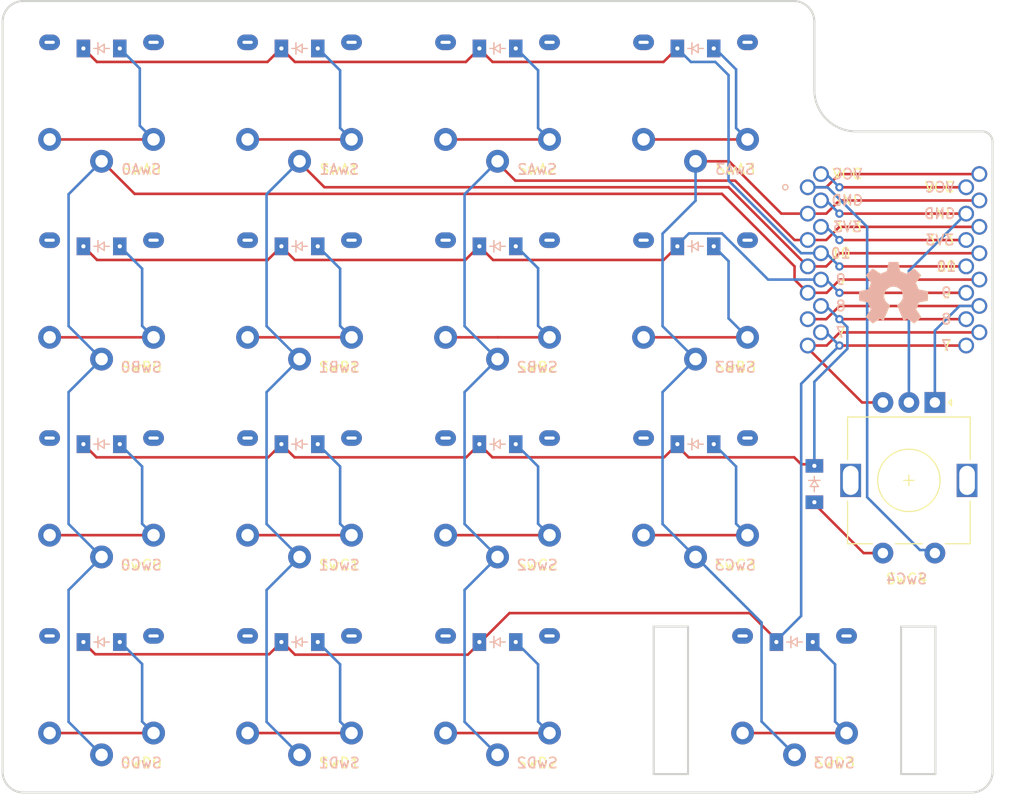
<source format=kicad_pcb>
(kicad_pcb (version 20171130) (host pcbnew 5.1.10)
  (layers (0 F.Cu signal) (31 B.Cu signal) (34 B.Paste user) (35 F.Paste user) (36 B.SilkS user) (37 F.SilkS user) (38 B.Mask user) (39 F.Mask user) (44 Edge.Cuts user))
  (net 0 "")
  (net 1 "Net-(D_A0-Pad2)")
  (net 2 rowA)
  (net 3 "Net-(D_A1-Pad2)")
  (net 4 "Net-(D_A2-Pad2)")
  (net 5 "Net-(D_A3-Pad2)")
  (net 6 rowB)
  (net 7 "Net-(D_B0-Pad2)")
  (net 8 "Net-(D_B1-Pad2)")
  (net 9 "Net-(D_B2-Pad2)")
  (net 10 "Net-(D_B3-Pad2)")
  (net 11 rowC)
  (net 12 "Net-(D_C0-Pad2)")
  (net 13 "Net-(D_C1-Pad2)")
  (net 14 "Net-(D_C2-Pad2)")
  (net 15 "Net-(D_C3-Pad2)")
  (net 16 "Net-(D_D0-Pad2)")
  (net 17 rowD)
  (net 18 "Net-(D_D1-Pad2)")
  (net 19 "Net-(D_D2-Pad2)")
  (net 20 col0)
  (net 21 col1)
  (net 22 col2)
  (net 23 col3)
  (net 24 col4)
  (net 25 "Net-(U0-Pad14)")
  (net 26 GND)
  (net 27 "Net-(U0-Pad12)")
  (net 28 encB)
  (net 29 encA)
  (net 30 "Net-(D_C4-Pad2)")
  (net 31 "Net-(D_D3-Pad2)")
  (module Symbol:OSHW-Symbol_6.7x6mm_SilkScreen (layer B.Cu) (at 142.875168 142.388276 180)
    (fp_text reference REF** hide)
    (fp_text value OSHW-Symbol_6.7x6mm_SilkScreen hide)
  )
  (module Symbol:OSHW-Symbol_6.7x6mm_SilkScreen (layer F.Cu) (at 142.875168 142.388276)
    (fp_text reference REF** hide)
    (fp_text value OSHW-Symbol_6.7x6mm_SilkScreen hide)
  )
  (module keeblib:edgecuts_7teen (layer F.Cu) (at 57.15 190.5)
    (fp_text reference REF** hide)
    (fp_text value edgecuts_7teen)
    (fp_line (start 86.449499 -1.774901) (end 89.750499 -1.774901) (layer Edge.Cuts) (width 0.2))
    (fp_line (start 2 -76.199999) (end 76.104999 -76.2) (layer Edge.Cuts) (width 0.2))
    (fp_line (start 62.649499 -15.975701) (end 62.649499 -1.774901) (layer Edge.Cuts) (width 0.2))
    (fp_line (start 78.104999 -74.2) (end 78.104999 -67.650001) (layer Edge.Cuts) (width 0.2))
    (fp_line (start 95.249999 -62.650001) (end 95.25 -2.000001) (layer Edge.Cuts) (width 0.2))
    (fp_line (start 93.249999 0) (end 2 0) (layer Edge.Cuts) (width 0.2))
    (fp_line (start 0 -2) (end 0 -74.199999) (layer Edge.Cuts) (width 0.2))
    (fp_line (start 65.950499 -1.774901) (end 65.950499 -15.975701) (layer Edge.Cuts) (width 0.2))
    (fp_line (start 65.950499 -15.975701) (end 62.649499 -15.975701) (layer Edge.Cuts) (width 0.2))
    (fp_line (start 89.750499 -1.774901) (end 89.750499 -15.975701) (layer Edge.Cuts) (width 0.2))
    (fp_line (start 82.104999 -63.650001) (end 94.249999 -63.650001) (layer Edge.Cuts) (width 0.2))
    (fp_line (start 89.750499 -15.975701) (end 86.449499 -15.975701) (layer Edge.Cuts) (width 0.2))
    (fp_line (start 62.649499 -1.774901) (end 65.950499 -1.774901) (layer Edge.Cuts) (width 0.2))
    (fp_line (start 86.449499 -15.975701) (end 86.449499 -1.774901) (layer Edge.Cuts) (width 0.2))
    (fp_arc (start 76.104999 -74.2) (end 78.104999 -74.2) (angle -90) (layer Edge.Cuts) (width 0.2))
    (fp_arc (start 82.104999 -67.650001) (end 78.104999 -67.650001) (angle -90) (layer Edge.Cuts) (width 0.2))
    (fp_arc (start 2 -2) (end 0 -2) (angle -90) (layer Edge.Cuts) (width 0.2))
    (fp_arc (start 93.249999 -2.000001) (end 93.249999 0) (angle -90) (layer Edge.Cuts) (width 0.2))
    (fp_arc (start 94.249999 -62.650001) (end 95.249999 -62.650001) (angle -90) (layer Edge.Cuts) (width 0.2))
    (fp_arc (start 1.999999 -74.2) (end 2 -76.199999) (angle -90) (layer Edge.Cuts) (width 0.2))
  )
  (module keeblib:pg1353_dual (layer F.Cu) (at 104.775 180.975)
    (fp_text reference SwD2 (at 3.83 6.68 180) (layer F.SilkS))
    (fp_text value SW_Push hide)
    (fp_text user %R (at 3.81 6.6802) (layer B.SilkS) (effects (justify mirror)))
    (pad "" thru_hole oval (at -5 -5.55) (size 2 1.5) (drill oval 1 0.3) (layers *.Cu *.Mask))
    (pad 1 thru_hole circle (at 5 3.8) (size 2.2 2.2) (drill 1.2) (layers *.Cu *.Mask) (net 19 "Net-(D_D2-Pad2)"))
    (pad "" thru_hole oval (at 5 -5.55) (size 2 1.5) (drill oval 1 0.3) (layers *.Cu *.Mask))
    (pad 1 thru_hole circle (at -5 3.8) (size 2.2 2.2) (drill 1.2) (layers *.Cu *.Mask) (net 19 "Net-(D_D2-Pad2)"))
    (pad "" np_thru_hole circle (at 0 0 90) (size 4.9 4.9) (drill 4.9) (layers *.Cu *.Mask))
    (pad "" np_thru_hole circle (at -5.5 0 90) (size 1.8 1.8) (drill 1.8) (layers *.Cu *.Mask))
    (pad "" np_thru_hole circle (at 5.5 0 90) (size 1.8 1.8) (drill 1.8) (layers *.Cu *.Mask))
    (pad 2 thru_hole circle (at 0 5.9) (size 2.2 2.2) (drill 1.2) (layers *.Cu *.Mask) (net 22 col2))
  )
  (module keeblib:pg1353_dual (layer F.Cu) (at 133.35 180.975)
    (fp_text reference SwD3 (at 3.83 6.68 180) (layer F.SilkS))
    (fp_text value SW_Push hide)
    (fp_text user %R (at 3.81 6.6802) (layer B.SilkS) (effects (justify mirror)))
    (pad "" thru_hole oval (at -5 -5.55) (size 2 1.5) (drill oval 1 0.3) (layers *.Cu *.Mask))
    (pad 1 thru_hole circle (at 5 3.8) (size 2.2 2.2) (drill 1.2) (layers *.Cu *.Mask) (net 31 "Net-(D_D3-Pad2)"))
    (pad "" thru_hole oval (at 5 -5.55) (size 2 1.5) (drill oval 1 0.3) (layers *.Cu *.Mask))
    (pad 1 thru_hole circle (at -5 3.8) (size 2.2 2.2) (drill 1.2) (layers *.Cu *.Mask) (net 31 "Net-(D_D3-Pad2)"))
    (pad "" np_thru_hole circle (at 0 0 90) (size 4.9 4.9) (drill 4.9) (layers *.Cu *.Mask))
    (pad "" np_thru_hole circle (at -5.5 0 90) (size 1.8 1.8) (drill 1.8) (layers *.Cu *.Mask))
    (pad "" np_thru_hole circle (at 5.5 0 90) (size 1.8 1.8) (drill 1.8) (layers *.Cu *.Mask))
    (pad 2 thru_hole circle (at 0 5.9) (size 2.2 2.2) (drill 1.2) (layers *.Cu *.Mask) (net 23 col3))
  )
  (module keeblib:pg1353_dual (layer F.Cu) (at 85.725 180.975)
    (fp_text reference SwD1 (at 3.83 6.68 180) (layer F.SilkS))
    (fp_text value SW_Push hide)
    (fp_text user %R (at 3.81 6.6802) (layer B.SilkS) (effects (justify mirror)))
    (pad "" thru_hole oval (at -5 -5.55) (size 2 1.5) (drill oval 1 0.3) (layers *.Cu *.Mask))
    (pad 1 thru_hole circle (at 5 3.8) (size 2.2 2.2) (drill 1.2) (layers *.Cu *.Mask) (net 18 "Net-(D_D1-Pad2)"))
    (pad "" thru_hole oval (at 5 -5.55) (size 2 1.5) (drill oval 1 0.3) (layers *.Cu *.Mask))
    (pad 1 thru_hole circle (at -5 3.8) (size 2.2 2.2) (drill 1.2) (layers *.Cu *.Mask) (net 18 "Net-(D_D1-Pad2)"))
    (pad "" np_thru_hole circle (at 0 0 90) (size 4.9 4.9) (drill 4.9) (layers *.Cu *.Mask))
    (pad "" np_thru_hole circle (at -5.5 0 90) (size 1.8 1.8) (drill 1.8) (layers *.Cu *.Mask))
    (pad "" np_thru_hole circle (at 5.5 0 90) (size 1.8 1.8) (drill 1.8) (layers *.Cu *.Mask))
    (pad 2 thru_hole circle (at 0 5.9) (size 2.2 2.2) (drill 1.2) (layers *.Cu *.Mask) (net 21 col1))
  )
  (module keeblib:pg1353_dual (layer F.Cu) (at 66.675 180.975)
    (fp_text reference SwD0 (at 3.83 6.68 180) (layer F.SilkS))
    (fp_text value SW_Push hide)
    (fp_text user %R (at 3.81 6.6802) (layer B.SilkS) (effects (justify mirror)))
    (pad "" thru_hole oval (at -5 -5.55) (size 2 1.5) (drill oval 1 0.3) (layers *.Cu *.Mask))
    (pad 1 thru_hole circle (at 5 3.8) (size 2.2 2.2) (drill 1.2) (layers *.Cu *.Mask) (net 16 "Net-(D_D0-Pad2)"))
    (pad "" thru_hole oval (at 5 -5.55) (size 2 1.5) (drill oval 1 0.3) (layers *.Cu *.Mask))
    (pad 1 thru_hole circle (at -5 3.8) (size 2.2 2.2) (drill 1.2) (layers *.Cu *.Mask) (net 16 "Net-(D_D0-Pad2)"))
    (pad "" np_thru_hole circle (at 0 0 90) (size 4.9 4.9) (drill 4.9) (layers *.Cu *.Mask))
    (pad "" np_thru_hole circle (at -5.5 0 90) (size 1.8 1.8) (drill 1.8) (layers *.Cu *.Mask))
    (pad "" np_thru_hole circle (at 5.5 0 90) (size 1.8 1.8) (drill 1.8) (layers *.Cu *.Mask))
    (pad 2 thru_hole circle (at 0 5.9) (size 2.2 2.2) (drill 1.2) (layers *.Cu *.Mask) (net 20 col0))
  )
  (module keeblib:pg1353_dual (layer F.Cu) (at 66.675 161.925)
    (fp_text reference SwC0 (at 3.83 6.68 180) (layer F.SilkS))
    (fp_text value SW_Push hide)
    (fp_text user %R (at 3.81 6.6802) (layer B.SilkS) (effects (justify mirror)))
    (pad "" thru_hole oval (at -5 -5.55) (size 2 1.5) (drill oval 1 0.3) (layers *.Cu *.Mask))
    (pad 1 thru_hole circle (at 5 3.8) (size 2.2 2.2) (drill 1.2) (layers *.Cu *.Mask) (net 12 "Net-(D_C0-Pad2)"))
    (pad "" thru_hole oval (at 5 -5.55) (size 2 1.5) (drill oval 1 0.3) (layers *.Cu *.Mask))
    (pad 1 thru_hole circle (at -5 3.8) (size 2.2 2.2) (drill 1.2) (layers *.Cu *.Mask) (net 12 "Net-(D_C0-Pad2)"))
    (pad "" np_thru_hole circle (at 0 0 90) (size 4.9 4.9) (drill 4.9) (layers *.Cu *.Mask))
    (pad "" np_thru_hole circle (at -5.5 0 90) (size 1.8 1.8) (drill 1.8) (layers *.Cu *.Mask))
    (pad "" np_thru_hole circle (at 5.5 0 90) (size 1.8 1.8) (drill 1.8) (layers *.Cu *.Mask))
    (pad 2 thru_hole circle (at 0 5.9) (size 2.2 2.2) (drill 1.2) (layers *.Cu *.Mask) (net 20 col0))
  )
  (module keeblib:pg1353_dual (layer F.Cu) (at 123.825 161.925)
    (fp_text reference SwC3 (at 3.83 6.68 180) (layer F.SilkS))
    (fp_text value SW_Push hide)
    (fp_text user %R (at 3.81 6.6802) (layer B.SilkS) (effects (justify mirror)))
    (pad "" thru_hole oval (at -5 -5.55) (size 2 1.5) (drill oval 1 0.3) (layers *.Cu *.Mask))
    (pad 1 thru_hole circle (at 5 3.8) (size 2.2 2.2) (drill 1.2) (layers *.Cu *.Mask) (net 15 "Net-(D_C3-Pad2)"))
    (pad "" thru_hole oval (at 5 -5.55) (size 2 1.5) (drill oval 1 0.3) (layers *.Cu *.Mask))
    (pad 1 thru_hole circle (at -5 3.8) (size 2.2 2.2) (drill 1.2) (layers *.Cu *.Mask) (net 15 "Net-(D_C3-Pad2)"))
    (pad "" np_thru_hole circle (at 0 0 90) (size 4.9 4.9) (drill 4.9) (layers *.Cu *.Mask))
    (pad "" np_thru_hole circle (at -5.5 0 90) (size 1.8 1.8) (drill 1.8) (layers *.Cu *.Mask))
    (pad "" np_thru_hole circle (at 5.5 0 90) (size 1.8 1.8) (drill 1.8) (layers *.Cu *.Mask))
    (pad 2 thru_hole circle (at 0 5.9) (size 2.2 2.2) (drill 1.2) (layers *.Cu *.Mask) (net 23 col3))
  )
  (module keeblib:pg1353_dual (layer F.Cu) (at 123.825 142.875)
    (fp_text reference SwB3 (at 3.83 6.68 180) (layer F.SilkS))
    (fp_text value SW_Push hide)
    (fp_text user %R (at 3.81 6.6802) (layer B.SilkS) (effects (justify mirror)))
    (pad "" thru_hole oval (at -5 -5.55) (size 2 1.5) (drill oval 1 0.3) (layers *.Cu *.Mask))
    (pad 1 thru_hole circle (at 5 3.8) (size 2.2 2.2) (drill 1.2) (layers *.Cu *.Mask) (net 10 "Net-(D_B3-Pad2)"))
    (pad "" thru_hole oval (at 5 -5.55) (size 2 1.5) (drill oval 1 0.3) (layers *.Cu *.Mask))
    (pad 1 thru_hole circle (at -5 3.8) (size 2.2 2.2) (drill 1.2) (layers *.Cu *.Mask) (net 10 "Net-(D_B3-Pad2)"))
    (pad "" np_thru_hole circle (at 0 0 90) (size 4.9 4.9) (drill 4.9) (layers *.Cu *.Mask))
    (pad "" np_thru_hole circle (at -5.5 0 90) (size 1.8 1.8) (drill 1.8) (layers *.Cu *.Mask))
    (pad "" np_thru_hole circle (at 5.5 0 90) (size 1.8 1.8) (drill 1.8) (layers *.Cu *.Mask))
    (pad 2 thru_hole circle (at 0 5.9) (size 2.2 2.2) (drill 1.2) (layers *.Cu *.Mask) (net 23 col3))
  )
  (module keeblib:pg1353_dual (layer F.Cu) (at 85.725 142.875)
    (fp_text reference SwB1 (at 3.83 6.68 180) (layer F.SilkS))
    (fp_text value SW_Push hide)
    (fp_text user %R (at 3.81 6.6802) (layer B.SilkS) (effects (justify mirror)))
    (pad "" thru_hole oval (at -5 -5.55) (size 2 1.5) (drill oval 1 0.3) (layers *.Cu *.Mask))
    (pad 1 thru_hole circle (at 5 3.8) (size 2.2 2.2) (drill 1.2) (layers *.Cu *.Mask) (net 8 "Net-(D_B1-Pad2)"))
    (pad "" thru_hole oval (at 5 -5.55) (size 2 1.5) (drill oval 1 0.3) (layers *.Cu *.Mask))
    (pad 1 thru_hole circle (at -5 3.8) (size 2.2 2.2) (drill 1.2) (layers *.Cu *.Mask) (net 8 "Net-(D_B1-Pad2)"))
    (pad "" np_thru_hole circle (at 0 0 90) (size 4.9 4.9) (drill 4.9) (layers *.Cu *.Mask))
    (pad "" np_thru_hole circle (at -5.5 0 90) (size 1.8 1.8) (drill 1.8) (layers *.Cu *.Mask))
    (pad "" np_thru_hole circle (at 5.5 0 90) (size 1.8 1.8) (drill 1.8) (layers *.Cu *.Mask))
    (pad 2 thru_hole circle (at 0 5.9) (size 2.2 2.2) (drill 1.2) (layers *.Cu *.Mask) (net 21 col1))
  )
  (module keeblib:pg1353_dual (layer F.Cu) (at 104.775 142.875)
    (fp_text reference SwB2 (at 3.83 6.68 180) (layer F.SilkS))
    (fp_text value SW_Push hide)
    (fp_text user %R (at 3.81 6.6802) (layer B.SilkS) (effects (justify mirror)))
    (pad "" thru_hole oval (at -5 -5.55) (size 2 1.5) (drill oval 1 0.3) (layers *.Cu *.Mask))
    (pad 1 thru_hole circle (at 5 3.8) (size 2.2 2.2) (drill 1.2) (layers *.Cu *.Mask) (net 9 "Net-(D_B2-Pad2)"))
    (pad "" thru_hole oval (at 5 -5.55) (size 2 1.5) (drill oval 1 0.3) (layers *.Cu *.Mask))
    (pad 1 thru_hole circle (at -5 3.8) (size 2.2 2.2) (drill 1.2) (layers *.Cu *.Mask) (net 9 "Net-(D_B2-Pad2)"))
    (pad "" np_thru_hole circle (at 0 0 90) (size 4.9 4.9) (drill 4.9) (layers *.Cu *.Mask))
    (pad "" np_thru_hole circle (at -5.5 0 90) (size 1.8 1.8) (drill 1.8) (layers *.Cu *.Mask))
    (pad "" np_thru_hole circle (at 5.5 0 90) (size 1.8 1.8) (drill 1.8) (layers *.Cu *.Mask))
    (pad 2 thru_hole circle (at 0 5.9) (size 2.2 2.2) (drill 1.2) (layers *.Cu *.Mask) (net 22 col2))
  )
  (module keeblib:pg1353_dual (layer F.Cu) (at 123.825 123.825)
    (fp_text reference SwA3 (at 3.83 6.68 180) (layer F.SilkS))
    (fp_text value SW_Push hide)
    (fp_text user %R (at 3.81 6.6802) (layer B.SilkS) (effects (justify mirror)))
    (pad "" thru_hole oval (at -5 -5.55) (size 2 1.5) (drill oval 1 0.3) (layers *.Cu *.Mask))
    (pad 1 thru_hole circle (at 5 3.8) (size 2.2 2.2) (drill 1.2) (layers *.Cu *.Mask) (net 5 "Net-(D_A3-Pad2)"))
    (pad "" thru_hole oval (at 5 -5.55) (size 2 1.5) (drill oval 1 0.3) (layers *.Cu *.Mask))
    (pad 1 thru_hole circle (at -5 3.8) (size 2.2 2.2) (drill 1.2) (layers *.Cu *.Mask) (net 5 "Net-(D_A3-Pad2)"))
    (pad "" np_thru_hole circle (at 0 0 90) (size 4.9 4.9) (drill 4.9) (layers *.Cu *.Mask))
    (pad "" np_thru_hole circle (at -5.5 0 90) (size 1.8 1.8) (drill 1.8) (layers *.Cu *.Mask))
    (pad "" np_thru_hole circle (at 5.5 0 90) (size 1.8 1.8) (drill 1.8) (layers *.Cu *.Mask))
    (pad 2 thru_hole circle (at 0 5.9) (size 2.2 2.2) (drill 1.2) (layers *.Cu *.Mask) (net 23 col3))
  )
  (module keeblib:pg1353_dual (layer F.Cu) (at 104.775 123.825)
    (fp_text reference SwA2 (at 3.83 6.68 180) (layer F.SilkS))
    (fp_text value SW_Push hide)
    (fp_text user %R (at 3.81 6.6802) (layer B.SilkS) (effects (justify mirror)))
    (pad "" thru_hole oval (at -5 -5.55) (size 2 1.5) (drill oval 1 0.3) (layers *.Cu *.Mask))
    (pad 1 thru_hole circle (at 5 3.8) (size 2.2 2.2) (drill 1.2) (layers *.Cu *.Mask) (net 4 "Net-(D_A2-Pad2)"))
    (pad "" thru_hole oval (at 5 -5.55) (size 2 1.5) (drill oval 1 0.3) (layers *.Cu *.Mask))
    (pad 1 thru_hole circle (at -5 3.8) (size 2.2 2.2) (drill 1.2) (layers *.Cu *.Mask) (net 4 "Net-(D_A2-Pad2)"))
    (pad "" np_thru_hole circle (at 0 0 90) (size 4.9 4.9) (drill 4.9) (layers *.Cu *.Mask))
    (pad "" np_thru_hole circle (at -5.5 0 90) (size 1.8 1.8) (drill 1.8) (layers *.Cu *.Mask))
    (pad "" np_thru_hole circle (at 5.5 0 90) (size 1.8 1.8) (drill 1.8) (layers *.Cu *.Mask))
    (pad 2 thru_hole circle (at 0 5.9) (size 2.2 2.2) (drill 1.2) (layers *.Cu *.Mask) (net 22 col2))
  )
  (module keeblib:pg1353_dual (layer F.Cu) (at 66.675 142.875)
    (fp_text reference SwB0 (at 3.83 6.68 180) (layer F.SilkS))
    (fp_text value SW_Push hide)
    (fp_text user %R (at 3.81 6.6802) (layer B.SilkS) (effects (justify mirror)))
    (pad "" thru_hole oval (at -5 -5.55) (size 2 1.5) (drill oval 1 0.3) (layers *.Cu *.Mask))
    (pad 1 thru_hole circle (at 5 3.8) (size 2.2 2.2) (drill 1.2) (layers *.Cu *.Mask) (net 7 "Net-(D_B0-Pad2)"))
    (pad "" thru_hole oval (at 5 -5.55) (size 2 1.5) (drill oval 1 0.3) (layers *.Cu *.Mask))
    (pad 1 thru_hole circle (at -5 3.8) (size 2.2 2.2) (drill 1.2) (layers *.Cu *.Mask) (net 7 "Net-(D_B0-Pad2)"))
    (pad "" np_thru_hole circle (at 0 0 90) (size 4.9 4.9) (drill 4.9) (layers *.Cu *.Mask))
    (pad "" np_thru_hole circle (at -5.5 0 90) (size 1.8 1.8) (drill 1.8) (layers *.Cu *.Mask))
    (pad "" np_thru_hole circle (at 5.5 0 90) (size 1.8 1.8) (drill 1.8) (layers *.Cu *.Mask))
    (pad 2 thru_hole circle (at 0 5.9) (size 2.2 2.2) (drill 1.2) (layers *.Cu *.Mask) (net 20 col0))
  )
  (module keeblib:pg1353_dual (layer F.Cu) (at 66.675 123.825)
    (fp_text reference SwA0 (at 3.83 6.68 180) (layer F.SilkS))
    (fp_text value SW_Push hide)
    (fp_text user %R (at 3.81 6.6802) (layer B.SilkS) (effects (justify mirror)))
    (pad "" thru_hole oval (at -5 -5.55) (size 2 1.5) (drill oval 1 0.3) (layers *.Cu *.Mask))
    (pad 1 thru_hole circle (at 5 3.8) (size 2.2 2.2) (drill 1.2) (layers *.Cu *.Mask) (net 1 "Net-(D_A0-Pad2)"))
    (pad "" thru_hole oval (at 5 -5.55) (size 2 1.5) (drill oval 1 0.3) (layers *.Cu *.Mask))
    (pad 1 thru_hole circle (at -5 3.8) (size 2.2 2.2) (drill 1.2) (layers *.Cu *.Mask) (net 1 "Net-(D_A0-Pad2)"))
    (pad "" np_thru_hole circle (at 0 0 90) (size 4.9 4.9) (drill 4.9) (layers *.Cu *.Mask))
    (pad "" np_thru_hole circle (at -5.5 0 90) (size 1.8 1.8) (drill 1.8) (layers *.Cu *.Mask))
    (pad "" np_thru_hole circle (at 5.5 0 90) (size 1.8 1.8) (drill 1.8) (layers *.Cu *.Mask))
    (pad 2 thru_hole circle (at 0 5.9) (size 2.2 2.2) (drill 1.2) (layers *.Cu *.Mask) (net 20 col0))
  )
  (module keeblib:pg1353_dual (layer F.Cu) (at 85.725 123.825)
    (fp_text reference SwA1 (at 3.83 6.68 180) (layer F.SilkS))
    (fp_text value SW_Push hide)
    (fp_text user %R (at 3.81 6.6802) (layer B.SilkS) (effects (justify mirror)))
    (pad "" thru_hole oval (at -5 -5.55) (size 2 1.5) (drill oval 1 0.3) (layers *.Cu *.Mask))
    (pad 1 thru_hole circle (at 5 3.8) (size 2.2 2.2) (drill 1.2) (layers *.Cu *.Mask) (net 3 "Net-(D_A1-Pad2)"))
    (pad "" thru_hole oval (at 5 -5.55) (size 2 1.5) (drill oval 1 0.3) (layers *.Cu *.Mask))
    (pad 1 thru_hole circle (at -5 3.8) (size 2.2 2.2) (drill 1.2) (layers *.Cu *.Mask) (net 3 "Net-(D_A1-Pad2)"))
    (pad "" np_thru_hole circle (at 0 0 90) (size 4.9 4.9) (drill 4.9) (layers *.Cu *.Mask))
    (pad "" np_thru_hole circle (at -5.5 0 90) (size 1.8 1.8) (drill 1.8) (layers *.Cu *.Mask))
    (pad "" np_thru_hole circle (at 5.5 0 90) (size 1.8 1.8) (drill 1.8) (layers *.Cu *.Mask))
    (pad 2 thru_hole circle (at 0 5.9) (size 2.2 2.2) (drill 1.2) (layers *.Cu *.Mask) (net 21 col1))
  )
  (module keeblib:pg1353_dual (layer F.Cu) (at 85.725 161.925)
    (fp_text reference SwC1 (at 3.83 6.68 180) (layer F.SilkS))
    (fp_text value SW_Push hide)
    (fp_text user %R (at 3.81 6.6802) (layer B.SilkS) (effects (justify mirror)))
    (pad "" thru_hole oval (at -5 -5.55) (size 2 1.5) (drill oval 1 0.3) (layers *.Cu *.Mask))
    (pad 1 thru_hole circle (at 5 3.8) (size 2.2 2.2) (drill 1.2) (layers *.Cu *.Mask) (net 13 "Net-(D_C1-Pad2)"))
    (pad "" thru_hole oval (at 5 -5.55) (size 2 1.5) (drill oval 1 0.3) (layers *.Cu *.Mask))
    (pad 1 thru_hole circle (at -5 3.8) (size 2.2 2.2) (drill 1.2) (layers *.Cu *.Mask) (net 13 "Net-(D_C1-Pad2)"))
    (pad "" np_thru_hole circle (at 0 0 90) (size 4.9 4.9) (drill 4.9) (layers *.Cu *.Mask))
    (pad "" np_thru_hole circle (at -5.5 0 90) (size 1.8 1.8) (drill 1.8) (layers *.Cu *.Mask))
    (pad "" np_thru_hole circle (at 5.5 0 90) (size 1.8 1.8) (drill 1.8) (layers *.Cu *.Mask))
    (pad 2 thru_hole circle (at 0 5.9) (size 2.2 2.2) (drill 1.2) (layers *.Cu *.Mask) (net 21 col1))
  )
  (module keeblib:pg1353_dual (layer F.Cu) (at 104.775 161.925)
    (fp_text reference SwC2 (at 3.83 6.68 180) (layer F.SilkS))
    (fp_text value SW_Push hide)
    (fp_text user %R (at 3.81 6.6802) (layer B.SilkS) (effects (justify mirror)))
    (pad "" thru_hole oval (at -5 -5.55) (size 2 1.5) (drill oval 1 0.3) (layers *.Cu *.Mask))
    (pad 1 thru_hole circle (at 5 3.8) (size 2.2 2.2) (drill 1.2) (layers *.Cu *.Mask) (net 14 "Net-(D_C2-Pad2)"))
    (pad "" thru_hole oval (at 5 -5.55) (size 2 1.5) (drill oval 1 0.3) (layers *.Cu *.Mask))
    (pad 1 thru_hole circle (at -5 3.8) (size 2.2 2.2) (drill 1.2) (layers *.Cu *.Mask) (net 14 "Net-(D_C2-Pad2)"))
    (pad "" np_thru_hole circle (at 0 0 90) (size 4.9 4.9) (drill 4.9) (layers *.Cu *.Mask))
    (pad "" np_thru_hole circle (at -5.5 0 90) (size 1.8 1.8) (drill 1.8) (layers *.Cu *.Mask))
    (pad "" np_thru_hole circle (at 5.5 0 90) (size 1.8 1.8) (drill 1.8) (layers *.Cu *.Mask))
    (pad 2 thru_hole circle (at 0 5.9) (size 2.2 2.2) (drill 1.2) (layers *.Cu *.Mask) (net 22 col2))
  )
  (module keeblib:Seeeduino_XIAO_dual_tht (layer F.Cu) (at 134.620168 132.228276)
    (fp_text reference U0 hide)
    (fp_text value SeeeduinoXIAO hide)
    (fp_text user 7 (at 13.335 15.24) (layer B.SilkS) (effects (justify mirror)))
    (fp_text user 10 (at 13.335 7.62) (layer B.SilkS) (effects (justify mirror)))
    (fp_text user 9 (at 13.335 10.16) (layer B.SilkS) (effects (justify mirror)))
    (fp_text user 8 (at 13.335 12.7) (layer B.SilkS) (effects (justify mirror)))
    (fp_text user GND (at 12.7 2.54) (layer B.SilkS) (effects (justify mirror)))
    (fp_text user VCC (at 12.7 0) (layer B.SilkS) (effects (justify mirror)))
    (fp_text user 3V3 (at 12.7 5.08) (layer B.SilkS) (effects (justify mirror)))
    (fp_text user GND (at 3.81 1.27) (layer F.SilkS))
    (fp_text user 9 (at 3.175 8.89) (layer F.SilkS))
    (fp_text user VCC (at 3.81 -1.27) (layer F.SilkS))
    (fp_text user 8 (at 3.175 11.43) (layer F.SilkS))
    (fp_text user 10 (at 3.175 6.35) (layer F.SilkS))
    (fp_text user 7 (at 3.175 13.97) (layer F.SilkS))
    (fp_text user 3V3 (at 3.81 3.81) (layer F.SilkS))
    (fp_text user 8 (at 3.175 11.43) (layer B.SilkS) (effects (justify mirror)))
    (fp_text user 9 (at 3.175 8.89) (layer B.SilkS) (effects (justify mirror)))
    (fp_text user VCC (at 3.81 -1.27) (layer B.SilkS) (effects (justify mirror)))
    (fp_text user 10 (at 3.175 6.35) (layer B.SilkS) (effects (justify mirror)))
    (fp_text user 3V3 (at 3.81 3.81) (layer B.SilkS) (effects (justify mirror)))
    (fp_text user GND (at 3.81 1.27) (layer B.SilkS) (effects (justify mirror)))
    (fp_text user 7 (at 3.175 13.97) (layer B.SilkS) (effects (justify mirror)))
    (fp_text user 7 (at 13.335 15.24) (layer F.SilkS))
    (fp_text user 8 (at 13.335 12.7) (layer F.SilkS))
    (fp_text user 9 (at 13.335 10.16) (layer F.SilkS))
    (fp_text user 10 (at 13.335 7.62) (layer F.SilkS))
    (fp_text user 3V3 (at 12.7 5.08) (layer F.SilkS))
    (fp_text user GND (at 12.7 2.54) (layer F.SilkS))
    (fp_text user VCC (at 12.7 0) (layer F.SilkS))
    (pad 14 thru_hole circle (at 15.24 0 180) (size 1.524 1.524) (drill 1.0922) (layers *.Cu *.Mask) (net 25 "Net-(U0-Pad14)"))
    (pad 10 thru_hole circle (at 15.24 10.16 180) (size 1.524 1.524) (drill 1.0922) (layers *.Cu *.Mask) (net 6 rowB))
    (pad 5 thru_hole circle (at 16.51 8.89 180) (size 1.524 1.524) (drill 1.0922) (layers *.Cu *.Mask) (net 20 col0))
    (pad 6 thru_hole circle (at 16.51 11.43 180) (size 1.524 1.524) (drill 1.0922) (layers *.Cu *.Mask) (net 29 encA))
    (pad 11 thru_hole circle (at 15.24 7.62 180) (size 1.524 1.524) (drill 1.0922) (layers *.Cu *.Mask) (net 2 rowA))
    (pad 9 thru_hole circle (at 15.24 12.7 180) (size 1.524 1.524) (drill 1.0922) (layers *.Cu *.Mask) (net 11 rowC))
    (pad 2 thru_hole circle (at 16.51 1.27 180) (size 1.524 1.524) (drill 1.0922) (layers *.Cu *.Mask) (net 23 col3))
    (pad 12 thru_hole circle (at 15.24 5.08 180) (size 1.524 1.524) (drill 1.0922) (layers *.Cu *.Mask) (net 27 "Net-(U0-Pad12)"))
    (pad 8 thru_hole circle (at 15.24 15.24 180) (size 1.524 1.524) (drill 1.0922) (layers *.Cu *.Mask) (net 17 rowD))
    (pad 13 thru_hole circle (at 15.24 2.54 180) (size 1.524 1.524) (drill 1.0922) (layers *.Cu *.Mask) (net 26 GND))
    (pad 1 thru_hole circle (at 16.51 -1.27 180) (size 1.524 1.524) (drill 1.0922) (layers *.Cu *.Mask) (net 24 col4))
    (pad 4 thru_hole circle (at 16.51 6.35 180) (size 1.524 1.524) (drill 1.0922) (layers *.Cu *.Mask) (net 21 col1))
    (pad 3 thru_hole circle (at 16.51 3.81 180) (size 1.524 1.524) (drill 1.0922) (layers *.Cu *.Mask) (net 22 col2))
    (pad 7 thru_hole circle (at 16.51 13.97 180) (size 1.524 1.524) (drill 1.0922) (layers *.Cu *.Mask) (net 28 encB))
    (pad 7 thru_hole circle (at 0 15.24 180) (size 1.524 1.524) (drill 1.0922) (layers *.Cu *.Mask) (net 28 encB))
    (pad 8 thru_hole circle (at 1.27 13.97 180) (size 1.524 1.524) (drill 1.0922) (layers *.Cu *.Mask) (net 17 rowD))
    (pad 6 thru_hole circle (at 0 12.7 180) (size 1.524 1.524) (drill 1.0922) (layers *.Cu *.Mask) (net 29 encA))
    (pad 9 thru_hole circle (at 1.27 11.43 180) (size 1.524 1.524) (drill 1.0922) (layers *.Cu *.Mask) (net 11 rowC))
    (pad 5 thru_hole circle (at 0 10.16 180) (size 1.524 1.524) (drill 1.0922) (layers *.Cu *.Mask) (net 20 col0))
    (pad 10 thru_hole circle (at 1.27 8.89 180) (size 1.524 1.524) (drill 1.0922) (layers *.Cu *.Mask) (net 6 rowB))
    (pad 4 thru_hole circle (at 0 7.62 180) (size 1.524 1.524) (drill 1.0922) (layers *.Cu *.Mask) (net 21 col1))
    (pad 14 thru_hole circle (at 1.27 -1.27 180) (size 1.524 1.524) (drill 1.0922) (layers *.Cu *.Mask) (net 25 "Net-(U0-Pad14)"))
    (pad 11 thru_hole circle (at 1.27 6.35 180) (size 1.524 1.524) (drill 1.0922) (layers *.Cu *.Mask) (net 2 rowA))
    (pad 3 thru_hole circle (at 0 5.08 180) (size 1.524 1.524) (drill 1.0922) (layers *.Cu *.Mask) (net 22 col2))
    (pad 12 thru_hole circle (at 1.27 3.81 180) (size 1.524 1.524) (drill 1.0922) (layers *.Cu *.Mask) (net 27 "Net-(U0-Pad12)"))
    (pad 2 thru_hole circle (at 0 2.54 180) (size 1.524 1.524) (drill 1.0922) (layers *.Cu *.Mask) (net 23 col3))
    (pad 13 thru_hole circle (at 1.27 1.27 180) (size 1.524 1.524) (drill 1.0922) (layers *.Cu *.Mask) (net 26 GND))
    (pad 1 thru_hole circle (at 0 0 180) (size 1.524 1.524) (drill 1.0922) (layers *.Cu *.Mask) (net 24 col4))
  )
  (module keeblib:D_MiniMELF_bsides (layer F.Cu) (at 66.675 118.864362)
    (fp_text reference D_A0 hide)
    (fp_text value D_Small)
    (pad 1 thru_hole rect (at -1.75 0) (size 1.3 1.7) (drill 0.4) (layers *.Cu *.Mask) (net 2 rowA))
    (pad 2 thru_hole rect (at 1.75 0) (size 1.3 1.7) (drill 0.4) (layers *.Cu *.Mask) (net 1 "Net-(D_A0-Pad2)"))
  )
  (module keeblib:D_MiniMELF_bsides (layer F.Cu) (at 85.725 118.864362)
    (fp_text reference D_A1 hide)
    (fp_text value D_Small)
    (pad 1 thru_hole rect (at -1.75 0) (size 1.3 1.7) (drill 0.4) (layers *.Cu *.Mask) (net 2 rowA))
    (pad 2 thru_hole rect (at 1.75 0) (size 1.3 1.7) (drill 0.4) (layers *.Cu *.Mask) (net 3 "Net-(D_A1-Pad2)"))
  )
  (module keeblib:D_MiniMELF_bsides (layer F.Cu) (at 104.775 118.864362)
    (fp_text reference D_A2 hide)
    (fp_text value D_Small)
    (pad 1 thru_hole rect (at -1.75 0) (size 1.3 1.7) (drill 0.4) (layers *.Cu *.Mask) (net 2 rowA))
    (pad 2 thru_hole rect (at 1.75 0) (size 1.3 1.7) (drill 0.4) (layers *.Cu *.Mask) (net 4 "Net-(D_A2-Pad2)"))
  )
  (module keeblib:D_MiniMELF_bsides (layer F.Cu) (at 123.825312 118.864362)
    (fp_text reference D_A3 hide)
    (fp_text value D_Small)
    (pad 1 thru_hole rect (at -1.75 0) (size 1.3 1.7) (drill 0.4) (layers *.Cu *.Mask) (net 2 rowA))
    (pad 2 thru_hole rect (at 1.75 0) (size 1.3 1.7) (drill 0.4) (layers *.Cu *.Mask) (net 5 "Net-(D_A3-Pad2)"))
  )
  (module keeblib:D_MiniMELF_bsides (layer F.Cu) (at 66.675168 137.91441)
    (fp_text reference D_B0 hide)
    (fp_text value D_Small)
    (pad 1 thru_hole rect (at -1.75 0) (size 1.3 1.7) (drill 0.4) (layers *.Cu *.Mask) (net 6 rowB))
    (pad 2 thru_hole rect (at 1.75 0) (size 1.3 1.7) (drill 0.4) (layers *.Cu *.Mask) (net 7 "Net-(D_B0-Pad2)"))
  )
  (module keeblib:D_MiniMELF_bsides (layer F.Cu) (at 85.725216 137.91441)
    (fp_text reference D_B1 hide)
    (fp_text value D_Small)
    (pad 1 thru_hole rect (at -1.75 0) (size 1.3 1.7) (drill 0.4) (layers *.Cu *.Mask) (net 6 rowB))
    (pad 2 thru_hole rect (at 1.75 0) (size 1.3 1.7) (drill 0.4) (layers *.Cu *.Mask) (net 8 "Net-(D_B1-Pad2)"))
  )
  (module keeblib:D_MiniMELF_bsides (layer F.Cu) (at 104.775264 137.91441)
    (fp_text reference D_B2 hide)
    (fp_text value D_Small)
    (pad 1 thru_hole rect (at -1.75 0) (size 1.3 1.7) (drill 0.4) (layers *.Cu *.Mask) (net 6 rowB))
    (pad 2 thru_hole rect (at 1.75 0) (size 1.3 1.7) (drill 0.4) (layers *.Cu *.Mask) (net 9 "Net-(D_B2-Pad2)"))
  )
  (module keeblib:D_MiniMELF_bsides (layer F.Cu) (at 123.825312 137.91441)
    (fp_text reference D_B3 hide)
    (fp_text value D_Small)
    (pad 1 thru_hole rect (at -1.75 0) (size 1.3 1.7) (drill 0.4) (layers *.Cu *.Mask) (net 6 rowB))
    (pad 2 thru_hole rect (at 1.75 0) (size 1.3 1.7) (drill 0.4) (layers *.Cu *.Mask) (net 10 "Net-(D_B3-Pad2)"))
  )
  (module keeblib:D_MiniMELF_bsides (layer F.Cu) (at 66.675168 156.964458)
    (fp_text reference D_C0 hide)
    (fp_text value D_Small)
    (pad 1 thru_hole rect (at -1.75 0) (size 1.3 1.7) (drill 0.4) (layers *.Cu *.Mask) (net 11 rowC))
    (pad 2 thru_hole rect (at 1.75 0) (size 1.3 1.7) (drill 0.4) (layers *.Cu *.Mask) (net 12 "Net-(D_C0-Pad2)"))
  )
  (module keeblib:D_MiniMELF_bsides (layer F.Cu) (at 85.725216 156.964458)
    (fp_text reference D_C1 hide)
    (fp_text value D_Small)
    (pad 1 thru_hole rect (at -1.75 0) (size 1.3 1.7) (drill 0.4) (layers *.Cu *.Mask) (net 11 rowC))
    (pad 2 thru_hole rect (at 1.75 0) (size 1.3 1.7) (drill 0.4) (layers *.Cu *.Mask) (net 13 "Net-(D_C1-Pad2)"))
  )
  (module keeblib:D_MiniMELF_bsides (layer F.Cu) (at 104.775264 156.964458)
    (fp_text reference D_C2 hide)
    (fp_text value D_Small)
    (pad 1 thru_hole rect (at -1.75 0) (size 1.3 1.7) (drill 0.4) (layers *.Cu *.Mask) (net 11 rowC))
    (pad 2 thru_hole rect (at 1.75 0) (size 1.3 1.7) (drill 0.4) (layers *.Cu *.Mask) (net 14 "Net-(D_C2-Pad2)"))
  )
  (module keeblib:D_MiniMELF_bsides (layer F.Cu) (at 123.825312 156.964458)
    (fp_text reference D_C3 hide)
    (fp_text value D_Small)
    (pad 1 thru_hole rect (at -1.75 0) (size 1.3 1.7) (drill 0.4) (layers *.Cu *.Mask) (net 11 rowC))
    (pad 2 thru_hole rect (at 1.75 0) (size 1.3 1.7) (drill 0.4) (layers *.Cu *.Mask) (net 15 "Net-(D_C3-Pad2)"))
  )
  (module keeblib:D_MiniMELF_bsides (layer F.Cu) (at 135.255168 160.803276 270)
    (fp_text reference D_C4 hide)
    (fp_text value D_Small)
    (pad 1 thru_hole rect (at -1.75 0 270) (size 1.3 1.7) (drill 0.4) (layers *.Cu *.Mask) (net 11 rowC))
    (pad 2 thru_hole rect (at 1.75 0 270) (size 1.3 1.7) (drill 0.4) (layers *.Cu *.Mask) (net 30 "Net-(D_C4-Pad2)"))
  )
  (module keeblib:D_MiniMELF_bsides (layer F.Cu) (at 66.675168 176.014506)
    (fp_text reference D_D0 hide)
    (fp_text value D_Small)
    (pad 1 thru_hole rect (at -1.75 0) (size 1.3 1.7) (drill 0.4) (layers *.Cu *.Mask) (net 17 rowD))
    (pad 2 thru_hole rect (at 1.75 0) (size 1.3 1.7) (drill 0.4) (layers *.Cu *.Mask) (net 16 "Net-(D_D0-Pad2)"))
  )
  (module keeblib:D_MiniMELF_bsides (layer F.Cu) (at 85.725216 176.014506)
    (fp_text reference D_D1 hide)
    (fp_text value D_Small)
    (pad 1 thru_hole rect (at -1.75 0) (size 1.3 1.7) (drill 0.4) (layers *.Cu *.Mask) (net 17 rowD))
    (pad 2 thru_hole rect (at 1.75 0) (size 1.3 1.7) (drill 0.4) (layers *.Cu *.Mask) (net 18 "Net-(D_D1-Pad2)"))
  )
  (module keeblib:D_MiniMELF_bsides (layer F.Cu) (at 104.775264 176.014506)
    (fp_text reference D_D2 hide)
    (fp_text value D_Small)
    (pad 1 thru_hole rect (at -1.75 0) (size 1.3 1.7) (drill 0.4) (layers *.Cu *.Mask) (net 17 rowD))
    (pad 2 thru_hole rect (at 1.75 0) (size 1.3 1.7) (drill 0.4) (layers *.Cu *.Mask) (net 19 "Net-(D_D2-Pad2)"))
  )
  (module keeblib:D_MiniMELF_bsides (layer F.Cu) (at 133.350336 176.014506)
    (fp_text reference D_D3 hide)
    (fp_text value D_Small)
    (pad 1 thru_hole rect (at -1.75 0) (size 1.3 1.7) (drill 0.4) (layers *.Cu *.Mask) (net 17 rowD))
    (pad 2 thru_hole rect (at 1.75 0) (size 1.3 1.7) (drill 0.4) (layers *.Cu *.Mask) (net 31 "Net-(D_D3-Pad2)"))
  )
  (module keeblib:layout_7teen (layer F.Cu) (at 66.675168 180.975456)
    (fp_text reference REF** hide)
    (fp_text value layout_7teen)
  )
  (module keebio:RotaryEncoder_EC11 (layer F.Cu) (at 144.350168 160.450455 270)
    (fp_text reference SwC4)
    (fp_text value Rotary_Encoder_Switch)
    (pad S1 thru_hole circle (at 7 2.5 270) (size 2 2) (drill 1) (layers *.Cu *.Mask) (net 30 "Net-(D_C4-Pad2)"))
    (pad S2 thru_hole circle (at 7 -2.5 270) (size 2 2) (drill 1) (layers *.Cu *.Mask) (net 24 col4))
    (pad "" np_thru_hole rect (at 0 5.6 270) (size 3.2 2) (drill oval 2.8 1.5) (layers *.Cu *.Mask))
    (pad "" np_thru_hole rect (at 0 -5.6 270) (size 3.2 2) (drill oval 2.8 1.5) (layers *.Cu *.Mask))
    (pad B thru_hole circle (at -7.5 2.5 270) (size 2 2) (drill 1) (layers *.Cu *.Mask) (net 28 encB))
    (pad C thru_hole circle (at -7.5 0 270) (size 2 2) (drill 1) (layers *.Cu *.Mask) (net 26 GND))
    (pad A thru_hole rect (at -7.5 -2.5 270) (size 2 2) (drill 1) (layers *.Cu *.Mask) (net 29 encA))
  )
  (gr_text SwC4 (at 144.130168 169.934276) (layer B.SilkS) (effects (font (size 1 1)) (justify mirror)))
  (gr_text SwC4 (at 144.130168 169.934276) (layer F.SilkS) (effects (font (size 1 1))))
  (segment (start 70.34999 120.789352) (end 68.425 118.864362) (width 0.25) (layer B.Cu) (net 1))
  (segment (start 70.34999 126.29999) (end 70.34999 120.789352) (width 0.25) (layer B.Cu) (net 1))
  (segment (start 71.675 127.625) (end 70.34999 126.29999) (width 0.25) (layer B.Cu) (net 1))
  (segment (start 61.675 127.625) (end 71.675 127.625) (width 0.25) (layer F.Cu) (net 1))
  (segment (start 137.670348 139.848276) (end 137.668168 139.850456) (width 0.25) (layer F.Cu) (net 2))
  (via (at 137.668168 139.850456) (size 0.8) (drill 0.4) (layers F.Cu B.Cu) (net 2))
  (segment (start 149.860168 139.848276) (end 137.670348 139.848276) (width 0.25) (layer F.Cu) (net 2))
  (segment (start 137.668168 139.850456) (end 136.398168 138.580456) (width 0.25) (layer B.Cu) (net 2))
  (segment (start 104.288236 120.163276) (end 120.740456 120.163276) (width 0.25) (layer F.Cu) (net 2))
  (segment (start 120.740456 120.163276) (end 122.03937 118.864362) (width 0.25) (layer F.Cu) (net 2))
  (segment (start 102.989322 118.864362) (end 104.288236 120.163276) (width 0.25) (layer F.Cu) (net 2))
  (segment (start 101.726086 120.163276) (end 103.025 118.864362) (width 0.25) (layer F.Cu) (net 2))
  (segment (start 85.273914 120.163276) (end 101.726086 120.163276) (width 0.25) (layer F.Cu) (net 2))
  (segment (start 83.975 118.864362) (end 85.273914 120.163276) (width 0.25) (layer F.Cu) (net 2))
  (segment (start 82.64036 120.163276) (end 83.939274 118.864362) (width 0.25) (layer F.Cu) (net 2))
  (segment (start 66.223914 120.163276) (end 82.64036 120.163276) (width 0.25) (layer F.Cu) (net 2))
  (segment (start 64.925 118.864362) (end 66.223914 120.163276) (width 0.25) (layer F.Cu) (net 2))
  (segment (start 133.985168 138.578276) (end 135.890168 138.578276) (width 0.25) (layer B.Cu) (net 2))
  (segment (start 127.000168 131.593276) (end 133.985168 138.578276) (width 0.25) (layer B.Cu) (net 2))
  (segment (start 127.000168 121.433276) (end 127.000168 131.593276) (width 0.25) (layer B.Cu) (net 2))
  (segment (start 125.730168 120.163276) (end 127.000168 121.433276) (width 0.25) (layer B.Cu) (net 2))
  (segment (start 123.374226 120.163276) (end 125.730168 120.163276) (width 0.25) (layer B.Cu) (net 2))
  (segment (start 122.075312 118.864362) (end 123.374226 120.163276) (width 0.25) (layer B.Cu) (net 2))
  (segment (start 89.625001 120.978205) (end 87.511158 118.864362) (width 0.25) (layer B.Cu) (net 3))
  (segment (start 89.625001 126.525001) (end 89.625001 120.978205) (width 0.25) (layer B.Cu) (net 3))
  (segment (start 90.725 127.625) (end 89.625001 126.525001) (width 0.25) (layer B.Cu) (net 3))
  (segment (start 80.725 127.625) (end 90.725 127.625) (width 0.25) (layer F.Cu) (net 3))
  (segment (start 108.675001 120.978157) (end 106.561206 118.864362) (width 0.25) (layer B.Cu) (net 4))
  (segment (start 108.675001 126.525001) (end 108.675001 120.978157) (width 0.25) (layer B.Cu) (net 4))
  (segment (start 109.775 127.625) (end 108.675001 126.525001) (width 0.25) (layer B.Cu) (net 4))
  (segment (start 99.775 127.625) (end 109.775 127.625) (width 0.25) (layer F.Cu) (net 4))
  (segment (start 118.825 127.625) (end 128.825 127.625) (width 0.25) (layer F.Cu) (net 5))
  (segment (start 127.725001 120.888109) (end 125.701254 118.864362) (width 0.25) (layer B.Cu) (net 5))
  (segment (start 125.701254 118.864362) (end 125.575312 118.864362) (width 0.25) (layer B.Cu) (net 5))
  (segment (start 127.725001 126.525001) (end 127.725001 120.888109) (width 0.25) (layer B.Cu) (net 5))
  (segment (start 128.825 127.625) (end 127.725001 126.525001) (width 0.25) (layer B.Cu) (net 5))
  (via (at 137.668168 142.390456) (size 0.8) (drill 0.4) (layers F.Cu B.Cu) (net 6))
  (segment (start 136.395988 141.118276) (end 137.668168 142.390456) (width 0.25) (layer B.Cu) (net 6))
  (segment (start 135.890168 141.118276) (end 136.395988 141.118276) (width 0.25) (layer B.Cu) (net 6))
  (segment (start 137.668168 142.390456) (end 149.606168 142.390456) (width 0.25) (layer F.Cu) (net 6))
  (segment (start 66.239034 139.228276) (end 64.925168 137.91441) (width 0.25) (layer F.Cu) (net 6))
  (segment (start 82.66135 139.228276) (end 66.239034 139.228276) (width 0.25) (layer F.Cu) (net 6))
  (segment (start 83.975216 137.91441) (end 82.66135 139.228276) (width 0.25) (layer F.Cu) (net 6))
  (segment (start 85.25314 139.228276) (end 101.675456 139.228276) (width 0.25) (layer F.Cu) (net 6))
  (segment (start 101.675456 139.228276) (end 102.989322 137.91441) (width 0.25) (layer F.Cu) (net 6))
  (segment (start 83.939274 137.91441) (end 85.25314 139.228276) (width 0.25) (layer F.Cu) (net 6))
  (segment (start 120.761446 139.228276) (end 122.075312 137.91441) (width 0.25) (layer F.Cu) (net 6))
  (segment (start 104.33913 139.228276) (end 120.761446 139.228276) (width 0.25) (layer F.Cu) (net 6))
  (segment (start 103.025264 137.91441) (end 104.33913 139.228276) (width 0.25) (layer F.Cu) (net 6))
  (segment (start 123.190168 136.673276) (end 121.920168 137.943276) (width 0.25) (layer B.Cu) (net 6))
  (segment (start 126.365168 136.673276) (end 123.190168 136.673276) (width 0.25) (layer B.Cu) (net 6))
  (segment (start 130.810168 141.118276) (end 126.365168 136.673276) (width 0.25) (layer B.Cu) (net 6))
  (segment (start 135.890168 141.118276) (end 130.810168 141.118276) (width 0.25) (layer B.Cu) (net 6))
  (segment (start 70.575001 140.064243) (end 68.425168 137.91441) (width 0.25) (layer B.Cu) (net 7))
  (segment (start 70.575001 145.575001) (end 70.575001 140.064243) (width 0.25) (layer B.Cu) (net 7))
  (segment (start 71.675 146.675) (end 70.575001 145.575001) (width 0.25) (layer B.Cu) (net 7))
  (segment (start 61.675 146.675) (end 71.675 146.675) (width 0.25) (layer F.Cu) (net 7))
  (segment (start 89.625001 140.064195) (end 87.475216 137.91441) (width 0.25) (layer B.Cu) (net 8))
  (segment (start 89.625001 145.575001) (end 89.625001 140.064195) (width 0.25) (layer B.Cu) (net 8))
  (segment (start 90.725 146.675) (end 89.625001 145.575001) (width 0.25) (layer B.Cu) (net 8))
  (segment (start 80.725 146.675) (end 90.725 146.675) (width 0.25) (layer F.Cu) (net 8))
  (segment (start 108.675001 140.028205) (end 106.561206 137.91441) (width 0.25) (layer B.Cu) (net 9))
  (segment (start 108.675001 145.575001) (end 108.675001 140.028205) (width 0.25) (layer B.Cu) (net 9))
  (segment (start 109.775 146.675) (end 108.675001 145.575001) (width 0.25) (layer B.Cu) (net 9))
  (segment (start 104.784002 146.675) (end 109.775 146.675) (width 0.25) (layer F.Cu) (net 9))
  (segment (start 99.775 146.675) (end 104.784002 146.675) (width 0.25) (layer F.Cu) (net 9))
  (segment (start 127.00032 139.339418) (end 125.575312 137.91441) (width 0.25) (layer B.Cu) (net 10))
  (segment (start 127.00032 144.85032) (end 127.00032 139.339418) (width 0.25) (layer B.Cu) (net 10))
  (segment (start 128.825 146.675) (end 127.00032 144.85032) (width 0.25) (layer B.Cu) (net 10))
  (segment (start 118.825 146.675) (end 128.825 146.675) (width 0.25) (layer F.Cu) (net 10))
  (via (at 137.668168 144.930456) (size 0.8) (drill 0.4) (layers F.Cu B.Cu) (net 11))
  (segment (start 137.670348 144.928276) (end 137.668168 144.930456) (width 0.25) (layer F.Cu) (net 11))
  (segment (start 149.860168 144.928276) (end 137.670348 144.928276) (width 0.25) (layer F.Cu) (net 11))
  (segment (start 137.668168 144.930456) (end 136.398168 143.660456) (width 0.25) (layer B.Cu) (net 11))
  (segment (start 120.811494 158.228276) (end 122.075312 156.964458) (width 0.25) (layer F.Cu) (net 11))
  (segment (start 104.276679 158.228276) (end 120.811494 158.228276) (width 0.25) (layer F.Cu) (net 11))
  (segment (start 103.025264 156.976861) (end 104.276679 158.228276) (width 0.25) (layer F.Cu) (net 11))
  (segment (start 103.025264 156.964458) (end 103.025264 156.976861) (width 0.25) (layer F.Cu) (net 11))
  (segment (start 133.985168 158.898276) (end 135.255168 158.898276) (width 0.25) (layer F.Cu) (net 11))
  (segment (start 133.315168 158.228276) (end 133.985168 158.898276) (width 0.25) (layer F.Cu) (net 11))
  (segment (start 123.155168 158.228276) (end 133.315168 158.228276) (width 0.25) (layer F.Cu) (net 11))
  (segment (start 122.075312 157.14842) (end 123.155168 158.228276) (width 0.25) (layer F.Cu) (net 11))
  (segment (start 122.075312 156.964458) (end 122.075312 157.14842) (width 0.25) (layer F.Cu) (net 11))
  (segment (start 101.761446 158.228276) (end 103.025264 156.964458) (width 0.25) (layer F.Cu) (net 11))
  (segment (start 85.239034 158.228276) (end 101.761446 158.228276) (width 0.25) (layer F.Cu) (net 11))
  (segment (start 83.975216 156.964458) (end 85.239034 158.228276) (width 0.25) (layer F.Cu) (net 11))
  (segment (start 82.711398 158.228276) (end 83.975216 156.964458) (width 0.25) (layer F.Cu) (net 11))
  (segment (start 66.188986 158.228276) (end 82.711398 158.228276) (width 0.25) (layer F.Cu) (net 11))
  (segment (start 64.925168 156.964458) (end 66.188986 158.228276) (width 0.25) (layer F.Cu) (net 11))
  (segment (start 135.255168 150.960776) (end 135.255168 158.898276) (width 0.25) (layer B.Cu) (net 11))
  (segment (start 138.430168 147.785776) (end 135.255168 150.960776) (width 0.25) (layer B.Cu) (net 11))
  (segment (start 138.430168 145.692456) (end 138.430168 147.785776) (width 0.25) (layer B.Cu) (net 11))
  (segment (start 137.668168 144.930456) (end 138.430168 145.692456) (width 0.25) (layer B.Cu) (net 11))
  (segment (start 70.575001 159.114291) (end 68.425168 156.964458) (width 0.25) (layer B.Cu) (net 12))
  (segment (start 70.575001 164.625001) (end 70.575001 159.114291) (width 0.25) (layer B.Cu) (net 12))
  (segment (start 71.675 165.725) (end 70.575001 164.625001) (width 0.25) (layer B.Cu) (net 12))
  (segment (start 61.675 165.725) (end 71.675 165.725) (width 0.25) (layer F.Cu) (net 12))
  (segment (start 89.625001 159.114243) (end 87.475216 156.964458) (width 0.25) (layer B.Cu) (net 13))
  (segment (start 89.625001 164.625001) (end 89.625001 159.114243) (width 0.25) (layer B.Cu) (net 13))
  (segment (start 90.725 165.725) (end 89.625001 164.625001) (width 0.25) (layer B.Cu) (net 13))
  (segment (start 80.725 165.725) (end 90.725 165.725) (width 0.25) (layer F.Cu) (net 13))
  (segment (start 108.675001 159.114195) (end 106.525264 156.964458) (width 0.25) (layer B.Cu) (net 14))
  (segment (start 108.675001 164.625001) (end 108.675001 159.114195) (width 0.25) (layer B.Cu) (net 14))
  (segment (start 109.775 165.725) (end 108.675001 164.625001) (width 0.25) (layer B.Cu) (net 14))
  (segment (start 99.775 165.725) (end 109.775 165.725) (width 0.25) (layer F.Cu) (net 14))
  (segment (start 127.725001 159.114147) (end 125.575312 156.964458) (width 0.25) (layer B.Cu) (net 15))
  (segment (start 127.725001 164.625001) (end 127.725001 159.114147) (width 0.25) (layer B.Cu) (net 15))
  (segment (start 128.825 165.725) (end 127.725001 164.625001) (width 0.25) (layer B.Cu) (net 15))
  (segment (start 118.825 165.725) (end 128.825 165.725) (width 0.25) (layer F.Cu) (net 15))
  (segment (start 70.575001 178.128397) (end 68.46111 176.014506) (width 0.25) (layer B.Cu) (net 16))
  (segment (start 70.575001 183.675001) (end 70.575001 178.128397) (width 0.25) (layer B.Cu) (net 16))
  (segment (start 71.675 184.775) (end 70.575001 183.675001) (width 0.25) (layer B.Cu) (net 16))
  (segment (start 61.675 184.775) (end 71.675 184.775) (width 0.25) (layer F.Cu) (net 16))
  (via (at 137.668168 147.470456) (size 0.8) (drill 0.4) (layers F.Cu B.Cu) (net 17))
  (segment (start 136.395988 146.198276) (end 137.668168 147.470456) (width 0.25) (layer B.Cu) (net 17))
  (segment (start 135.890168 146.198276) (end 136.395988 146.198276) (width 0.25) (layer B.Cu) (net 17))
  (segment (start 137.668168 147.470456) (end 149.860168 147.470456) (width 0.25) (layer F.Cu) (net 17))
  (segment (start 129.032276 173.228276) (end 131.699 175.895) (width 0.25) (layer F.Cu) (net 17))
  (segment (start 105.917724 173.228276) (end 129.032276 173.228276) (width 0.25) (layer F.Cu) (net 17))
  (segment (start 101.917724 177.228276) (end 105.917724 173.228276) (width 0.25) (layer F.Cu) (net 17))
  (segment (start 85.280276 177.228276) (end 101.917724 177.228276) (width 0.25) (layer F.Cu) (net 17))
  (segment (start 84.066506 176.014506) (end 85.280276 177.228276) (width 0.25) (layer F.Cu) (net 17))
  (segment (start 83.975216 176.014506) (end 84.066506 176.014506) (width 0.25) (layer F.Cu) (net 17))
  (segment (start 82.800215 177.189507) (end 83.975216 176.014506) (width 0.25) (layer F.Cu) (net 17))
  (segment (start 66.064227 177.189507) (end 82.800215 177.189507) (width 0.25) (layer F.Cu) (net 17))
  (segment (start 64.889226 176.014506) (end 66.064227 177.189507) (width 0.25) (layer F.Cu) (net 17))
  (segment (start 133.985168 151.153456) (end 137.668168 147.470456) (width 0.25) (layer B.Cu) (net 17))
  (segment (start 133.985168 173.503276) (end 133.985168 151.153456) (width 0.25) (layer B.Cu) (net 17))
  (segment (start 131.600336 175.888108) (end 133.985168 173.503276) (width 0.25) (layer B.Cu) (net 17))
  (segment (start 131.600336 176.014506) (end 131.600336 175.888108) (width 0.25) (layer B.Cu) (net 17))
  (segment (start 89.625001 183.675001) (end 89.625001 178.164291) (width 0.25) (layer B.Cu) (net 18))
  (segment (start 89.625001 178.164291) (end 87.475216 176.014506) (width 0.25) (layer B.Cu) (net 18))
  (segment (start 90.725 184.775) (end 89.625001 183.675001) (width 0.25) (layer B.Cu) (net 18))
  (segment (start 80.725 184.775) (end 90.725 184.775) (width 0.25) (layer F.Cu) (net 18))
  (segment (start 108.675001 178.164243) (end 106.525264 176.014506) (width 0.25) (layer B.Cu) (net 19))
  (segment (start 108.675001 183.675001) (end 108.675001 178.164243) (width 0.25) (layer B.Cu) (net 19))
  (segment (start 109.775 184.775) (end 108.675001 183.675001) (width 0.25) (layer B.Cu) (net 19))
  (segment (start 99.775 184.775) (end 109.775 184.775) (width 0.25) (layer F.Cu) (net 19))
  (segment (start 63.50016 132.89984) (end 66.675 129.725) (width 0.25) (layer B.Cu) (net 20))
  (segment (start 63.50016 145.60016) (end 63.50016 132.89984) (width 0.25) (layer B.Cu) (net 20))
  (segment (start 66.675 148.775) (end 63.50016 145.60016) (width 0.25) (layer B.Cu) (net 20))
  (segment (start 63.50016 151.94984) (end 66.675 148.775) (width 0.25) (layer B.Cu) (net 20))
  (segment (start 63.50016 164.65016) (end 63.50016 151.94984) (width 0.25) (layer B.Cu) (net 20))
  (segment (start 66.675 167.825) (end 63.50016 164.65016) (width 0.25) (layer B.Cu) (net 20))
  (segment (start 63.50016 170.99984) (end 66.675 167.825) (width 0.25) (layer B.Cu) (net 20))
  (segment (start 63.50016 183.70016) (end 63.50016 170.99984) (width 0.25) (layer B.Cu) (net 20))
  (segment (start 66.675 186.875) (end 63.50016 183.70016) (width 0.25) (layer B.Cu) (net 20))
  (segment (start 137.709459 141.120456) (end 151.130168 141.120456) (width 0.25) (layer F.Cu) (net 20))
  (segment (start 136.441639 142.388276) (end 137.709459 141.120456) (width 0.25) (layer F.Cu) (net 20))
  (segment (start 134.620168 142.388276) (end 136.441639 142.388276) (width 0.25) (layer F.Cu) (net 20))
  (segment (start 69.850168 132.863276) (end 66.675168 129.688276) (width 0.25) (layer F.Cu) (net 20))
  (segment (start 126.365168 132.863276) (end 69.850168 132.863276) (width 0.25) (layer F.Cu) (net 20))
  (segment (start 133.350168 139.848276) (end 126.365168 132.863276) (width 0.25) (layer F.Cu) (net 20))
  (segment (start 133.350168 141.118276) (end 133.350168 139.848276) (width 0.25) (layer F.Cu) (net 20))
  (segment (start 134.620168 142.388276) (end 133.350168 141.118276) (width 0.25) (layer F.Cu) (net 20))
  (segment (start 82.550208 145.600208) (end 82.550208 132.899792) (width 0.25) (layer B.Cu) (net 21))
  (segment (start 85.725 148.775) (end 82.550208 145.600208) (width 0.25) (layer B.Cu) (net 21))
  (segment (start 82.550208 151.949792) (end 85.725 148.775) (width 0.25) (layer B.Cu) (net 21))
  (segment (start 82.550208 164.650208) (end 82.550208 151.949792) (width 0.25) (layer B.Cu) (net 21))
  (segment (start 85.725 167.825) (end 82.550208 164.650208) (width 0.25) (layer B.Cu) (net 21))
  (segment (start 82.550208 170.999792) (end 85.725 167.825) (width 0.25) (layer B.Cu) (net 21))
  (segment (start 82.550208 183.700208) (end 82.550208 170.999792) (width 0.25) (layer B.Cu) (net 21))
  (segment (start 85.725 186.875) (end 82.550208 183.700208) (width 0.25) (layer B.Cu) (net 21))
  (segment (start 82.550208 132.899792) (end 82.773856 132.676144) (width 0.25) (layer B.Cu) (net 21))
  (segment (start 83.027856 132.422144) (end 85.725 129.725) (width 0.25) (layer B.Cu) (net 21))
  (segment (start 82.773856 132.676144) (end 83.027856 132.422144) (width 0.25) (layer B.Cu) (net 21))
  (segment (start 137.668168 138.580456) (end 151.130168 138.580456) (width 0.25) (layer F.Cu) (net 21))
  (segment (start 136.400348 139.848276) (end 137.668168 138.580456) (width 0.25) (layer F.Cu) (net 21))
  (segment (start 134.620168 139.848276) (end 136.400348 139.848276) (width 0.25) (layer F.Cu) (net 21))
  (segment (start 88.120168 132.228276) (end 85.620168 129.728276) (width 0.25) (layer F.Cu) (net 21))
  (segment (start 127.000168 132.228276) (end 88.120168 132.228276) (width 0.25) (layer F.Cu) (net 21))
  (segment (start 134.620168 139.848276) (end 127.000168 132.228276) (width 0.25) (layer F.Cu) (net 21))
  (segment (start 101.600256 170.999744) (end 104.775 167.825) (width 0.25) (layer B.Cu) (net 22))
  (segment (start 101.600256 183.700256) (end 101.600256 170.999744) (width 0.25) (layer B.Cu) (net 22))
  (segment (start 104.775 186.875) (end 101.600256 183.700256) (width 0.25) (layer B.Cu) (net 22))
  (segment (start 103.160878 150.389122) (end 104.775 148.775) (width 0.25) (layer B.Cu) (net 22))
  (segment (start 101.600256 151.949744) (end 103.160878 150.389122) (width 0.25) (layer B.Cu) (net 22))
  (segment (start 101.600256 164.650256) (end 101.600256 151.949744) (width 0.25) (layer B.Cu) (net 22))
  (segment (start 104.775 167.825) (end 101.600256 164.650256) (width 0.25) (layer B.Cu) (net 22))
  (segment (start 101.600256 132.899744) (end 104.775 129.725) (width 0.25) (layer B.Cu) (net 22))
  (segment (start 101.600256 145.600256) (end 101.600256 132.899744) (width 0.25) (layer B.Cu) (net 22))
  (segment (start 104.775 148.775) (end 101.600256 145.600256) (width 0.25) (layer B.Cu) (net 22))
  (segment (start 136.400348 137.308276) (end 137.668168 136.040456) (width 0.25) (layer F.Cu) (net 22))
  (segment (start 137.668168 136.040456) (end 151.130168 136.040456) (width 0.25) (layer F.Cu) (net 22))
  (segment (start 134.620168 137.308276) (end 136.400348 137.308276) (width 0.25) (layer F.Cu) (net 22))
  (segment (start 106.485168 131.593276) (end 104.620168 129.728276) (width 0.25) (layer F.Cu) (net 22))
  (segment (start 127.635168 131.593276) (end 106.485168 131.593276) (width 0.25) (layer F.Cu) (net 22))
  (segment (start 133.350168 137.308276) (end 127.635168 131.593276) (width 0.25) (layer F.Cu) (net 22))
  (segment (start 134.620168 137.308276) (end 133.350168 137.308276) (width 0.25) (layer F.Cu) (net 22))
  (segment (start 137.668168 133.500456) (end 151.130168 133.500456) (width 0.25) (layer F.Cu) (net 23))
  (segment (start 136.400348 134.768276) (end 137.668168 133.500456) (width 0.25) (layer F.Cu) (net 23))
  (segment (start 134.620168 134.768276) (end 136.400348 134.768276) (width 0.25) (layer F.Cu) (net 23))
  (segment (start 120.650304 164.650304) (end 123.825 167.825) (width 0.25) (layer B.Cu) (net 23))
  (segment (start 120.650304 151.949696) (end 120.650304 164.650304) (width 0.25) (layer B.Cu) (net 23))
  (segment (start 123.825 148.775) (end 120.650304 151.949696) (width 0.25) (layer B.Cu) (net 23))
  (segment (start 120.650304 145.600304) (end 123.825 148.775) (width 0.25) (layer B.Cu) (net 23))
  (segment (start 120.650304 136.69814) (end 120.650304 145.600304) (width 0.25) (layer B.Cu) (net 23))
  (segment (start 123.825 133.523444) (end 120.650304 136.69814) (width 0.25) (layer B.Cu) (net 23))
  (segment (start 123.825 129.725) (end 123.825 133.523444) (width 0.25) (layer B.Cu) (net 23))
  (segment (start 124.039807 129.728276) (end 123.833971 129.934112) (width 0.25) (layer F.Cu) (net 23))
  (segment (start 132.080168 134.768276) (end 127.040168 129.728276) (width 0.25) (layer F.Cu) (net 23))
  (segment (start 127.040168 129.728276) (end 124.039807 129.728276) (width 0.25) (layer F.Cu) (net 23))
  (segment (start 134.620168 134.768276) (end 132.080168 134.768276) (width 0.25) (layer F.Cu) (net 23))
  (segment (start 130.175168 183.663276) (end 133.350168 186.838276) (width 0.25) (layer B.Cu) (net 23))
  (segment (start 130.175168 174.138276) (end 130.175168 183.663276) (width 0.25) (layer B.Cu) (net 23))
  (segment (start 123.861892 167.825) (end 130.175168 174.138276) (width 0.25) (layer B.Cu) (net 23))
  (segment (start 123.825 167.825) (end 123.861892 167.825) (width 0.25) (layer B.Cu) (net 23))
  (segment (start 137.668168 130.960456) (end 151.130168 130.960456) (width 0.25) (layer F.Cu) (net 24))
  (segment (start 136.400348 132.228276) (end 137.668168 130.960456) (width 0.25) (layer F.Cu) (net 24))
  (segment (start 134.620168 132.228276) (end 136.400348 132.228276) (width 0.25) (layer F.Cu) (net 24))
  (segment (start 145.415168 167.153276) (end 146.685168 167.153276) (width 0.25) (layer B.Cu) (net 24))
  (segment (start 140.335168 162.073276) (end 145.415168 167.153276) (width 0.25) (layer B.Cu) (net 24))
  (segment (start 140.335168 136.038276) (end 140.335168 162.073276) (width 0.25) (layer B.Cu) (net 24))
  (segment (start 136.525168 132.228276) (end 140.335168 136.038276) (width 0.25) (layer B.Cu) (net 24))
  (segment (start 134.620168 132.228276) (end 136.525168 132.228276) (width 0.25) (layer B.Cu) (net 24))
  (via (at 137.668168 132.230456) (size 0.8) (drill 0.4) (layers F.Cu B.Cu) (net 25))
  (segment (start 136.395988 130.958276) (end 137.668168 132.230456) (width 0.25) (layer B.Cu) (net 25))
  (segment (start 135.890168 130.958276) (end 136.395988 130.958276) (width 0.25) (layer B.Cu) (net 25))
  (segment (start 137.668168 132.230456) (end 149.860168 132.230456) (width 0.25) (layer F.Cu) (net 25))
  (via (at 137.668168 134.770456) (size 0.8) (drill 0.4) (layers F.Cu B.Cu) (net 26))
  (segment (start 137.670348 134.768276) (end 137.668168 134.770456) (width 0.25) (layer F.Cu) (net 26))
  (segment (start 149.860168 134.768276) (end 137.670348 134.768276) (width 0.25) (layer F.Cu) (net 26))
  (segment (start 137.668168 134.770456) (end 136.398168 133.500456) (width 0.25) (layer B.Cu) (net 26))
  (segment (start 144.350168 152.950455) (end 144.350168 140.278276) (width 0.25) (layer B.Cu) (net 26))
  (segment (start 144.350168 140.278276) (end 149.860168 134.768276) (width 0.25) (layer B.Cu) (net 26))
  (via (at 137.668168 137.310456) (size 0.8) (drill 0.4) (layers F.Cu B.Cu) (net 27))
  (segment (start 136.395988 136.038276) (end 137.668168 137.310456) (width 0.25) (layer B.Cu) (net 27))
  (segment (start 135.890168 136.038276) (end 136.395988 136.038276) (width 0.25) (layer B.Cu) (net 27))
  (segment (start 137.668168 137.310456) (end 149.860168 137.310456) (width 0.25) (layer F.Cu) (net 27))
  (segment (start 137.709459 146.200456) (end 151.130168 146.200456) (width 0.25) (layer F.Cu) (net 28))
  (segment (start 136.441639 147.468276) (end 137.709459 146.200456) (width 0.25) (layer F.Cu) (net 28))
  (segment (start 134.620168 147.468276) (end 136.441639 147.468276) (width 0.25) (layer F.Cu) (net 28))
  (segment (start 134.833971 147.934112) (end 134.833971 147.434112) (width 0.25) (layer F.Cu) (net 28))
  (segment (start 139.850314 152.950455) (end 134.833971 147.934112) (width 0.25) (layer F.Cu) (net 28))
  (segment (start 141.850168 152.950455) (end 139.850314 152.950455) (width 0.25) (layer F.Cu) (net 28))
  (segment (start 137.668168 143.660456) (end 151.130168 143.660456) (width 0.25) (layer F.Cu) (net 29))
  (segment (start 136.400348 144.928276) (end 137.668168 143.660456) (width 0.25) (layer F.Cu) (net 29))
  (segment (start 134.620168 144.928276) (end 136.400348 144.928276) (width 0.25) (layer F.Cu) (net 29))
  (segment (start 149.225168 143.658276) (end 151.130168 143.658276) (width 0.25) (layer B.Cu) (net 29))
  (segment (start 146.850168 146.033276) (end 149.225168 143.658276) (width 0.25) (layer B.Cu) (net 29))
  (segment (start 146.850168 152.950455) (end 146.850168 146.033276) (width 0.25) (layer B.Cu) (net 29))
  (segment (start 139.997347 167.450455) (end 135.255168 162.708276) (width 0.25) (layer F.Cu) (net 30))
  (segment (start 141.850168 167.450455) (end 139.997347 167.450455) (width 0.25) (layer F.Cu) (net 30))
  (segment (start 137.250001 178.164171) (end 135.100336 176.014506) (width 0.25) (layer B.Cu) (net 31))
  (segment (start 137.250001 183.675001) (end 137.250001 178.164171) (width 0.25) (layer B.Cu) (net 31))
  (segment (start 138.35 184.775) (end 137.250001 183.675001) (width 0.25) (layer B.Cu) (net 31))
  (segment (start 128.35 184.775) (end 138.35 184.775) (width 0.25) (layer F.Cu) (net 31))
)
</source>
